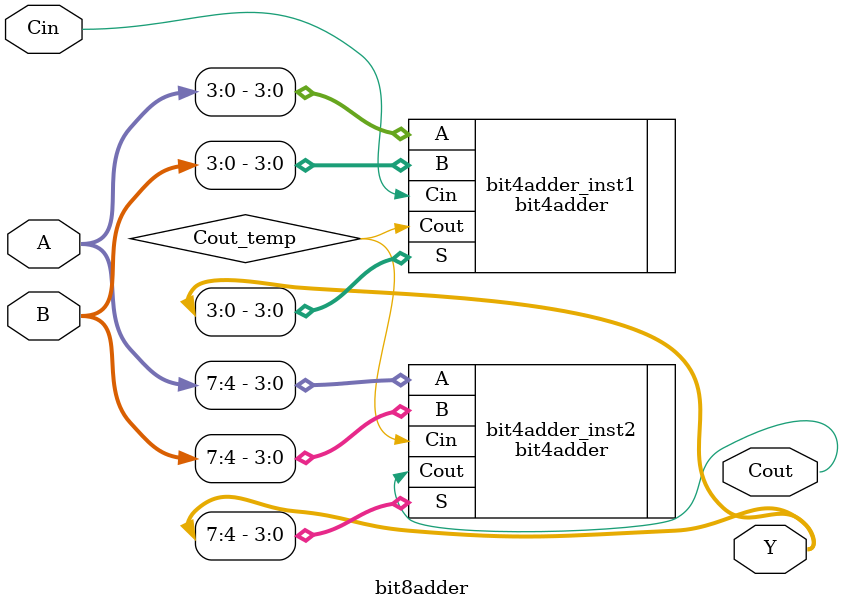
<source format=sv>
`timescale 1ns / 1ps


module bit8adder(
        input logic Cin,
        input logic [7:0] A,
        input logic [7:0] B,
        output logic [7:0] Y,
        output logic Cout

    );
    logic Cout_temp;
    
    bit4adder bit4adder_inst1 (
        .A(A[3:0]),
        .B(B[3:0]),
        .S(Y[3:0]),
        .Cin(Cin),
        .Cout(Cout_temp)
        
    );
    
    bit4adder bit4adder_inst2 (
        .A(A[7:4]),
        .B(B[7:4]),
        .S(Y[7:4]),
        .Cin(Cout_temp),
        .Cout(Cout)
        
    );
     
endmodule

</source>
